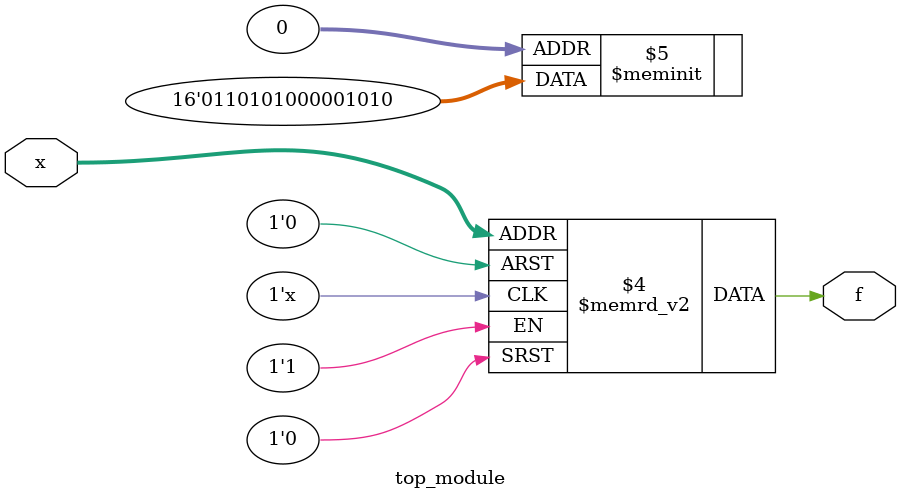
<source format=sv>
module top_module (
    input [4:1] x,
    output logic f
);

always_comb begin
    case (x)
        4'b0001, 4'b0011, 4'b1001, 4'b1011, 4'b1101, 4'b1110: f = 1'b1;
        4'b0100, 4'b0101, 4'b0111, 4'b1000, 4'b1010: f = 1'b0;
        default: f = 1'b0; // handle don't-care cases
    endcase
end

endmodule

</source>
